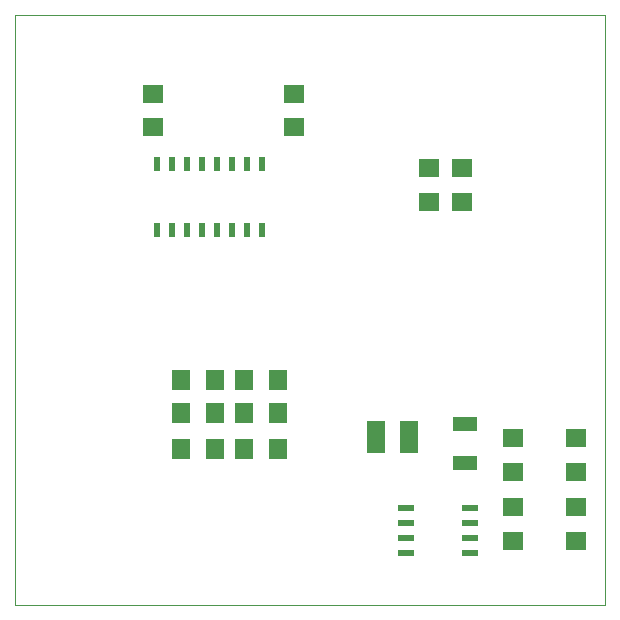
<source format=gbp>
G75*
%MOIN*%
%OFA0B0*%
%FSLAX25Y25*%
%IPPOS*%
%LPD*%
%AMOC8*
5,1,8,0,0,1.08239X$1,22.5*
%
%ADD10C,0.00000*%
%ADD11R,0.06299X0.10630*%
%ADD12R,0.05512X0.02362*%
%ADD13R,0.08000X0.05000*%
%ADD14R,0.07098X0.06299*%
%ADD15R,0.06299X0.07098*%
%ADD16R,0.07087X0.06299*%
%ADD17R,0.02362X0.04724*%
D10*
X0009000Y0001100D02*
X0009000Y0197950D01*
X0205850Y0197950D01*
X0205850Y0001100D01*
X0009000Y0001100D01*
D11*
X0129488Y0057100D03*
X0140512Y0057100D03*
D12*
X0139370Y0033600D03*
X0139370Y0028600D03*
X0139370Y0023600D03*
X0139370Y0018600D03*
X0160630Y0018600D03*
X0160630Y0023600D03*
X0160630Y0028600D03*
X0160630Y0033600D03*
D13*
X0159000Y0048600D03*
X0159000Y0061600D03*
D14*
X0175000Y0056698D03*
X0175000Y0045502D03*
X0175000Y0033698D03*
X0175000Y0022502D03*
X0196000Y0022502D03*
X0196000Y0033698D03*
X0196000Y0045502D03*
X0196000Y0056698D03*
X0158000Y0135502D03*
X0147000Y0135502D03*
X0147000Y0146698D03*
X0158000Y0146698D03*
D15*
X0096598Y0076100D03*
X0096598Y0065100D03*
X0085402Y0065100D03*
X0075598Y0065100D03*
X0064402Y0065100D03*
X0064402Y0076100D03*
X0075598Y0076100D03*
X0085402Y0076100D03*
X0085402Y0053100D03*
X0075598Y0053100D03*
X0064402Y0053100D03*
X0096598Y0053100D03*
D16*
X0102000Y0160588D03*
X0102000Y0171612D03*
X0055000Y0171612D03*
X0055000Y0160588D03*
D17*
X0056500Y0148124D03*
X0061500Y0148124D03*
X0066500Y0148124D03*
X0071500Y0148124D03*
X0076500Y0148124D03*
X0081500Y0148124D03*
X0086500Y0148124D03*
X0091500Y0148124D03*
X0091500Y0126076D03*
X0086500Y0126076D03*
X0081500Y0126076D03*
X0076500Y0126076D03*
X0071500Y0126076D03*
X0066500Y0126076D03*
X0061500Y0126076D03*
X0056500Y0126076D03*
M02*

</source>
